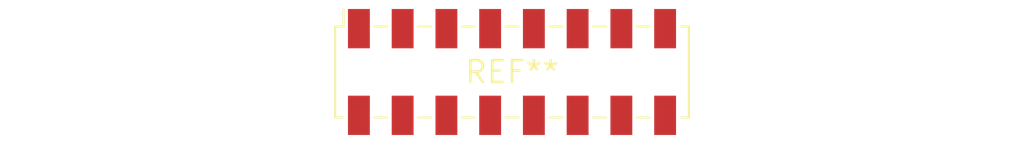
<source format=kicad_pcb>
(kicad_pcb (version 20240108) (generator pcbnew)
  (layers (0 "F.Cu" signal) (31 "B.Cu" signal) (34 "B.Paste" user) (35 "F.Paste" user) (36 "B.SilkS" user "B.Silkscreen") (37 "F.SilkS" user "F.Silkscreen") (38 "B.Mask" user) (39 "F.Mask" user) (44 "Edge.Cuts" user))
  (net 0 "")
  (footprint "Samtec_HLE-108-02-xxx-DV-LC_2x08_P2.54mm_Horizontal" (layer "F.Cu") (at 0 0)
    (property "Reference" "REF**")
    (property "Value" "Samtec_HLE-108-02-xxx-DV-LC_2x08_P2.54mm_Horizontal")
    (fp_line (start -10.27 -2.65) (end -10.27 2.65) (layer "F.SilkS") (stroke (width 0.12)))
    (fp_line (start -10.27 2.65) (end -9.785 2.65) (layer "F.SilkS") (stroke (width 0.12)))
    (fp_line (start -9.785 -3.67) (end -9.785 -2.65) (layer "F.SilkS") (stroke (width 0.12)))
    (fp_line (start -9.785 -2.65) (end -10.27 -2.65) (layer "F.SilkS") (stroke (width 0.12)))
    (fp_line (start -7.995 -2.65) (end -7.245 -2.65) (layer "F.SilkS") (stroke (width 0.12)))
    (fp_line (start -7.995 2.65) (end -7.245 2.65) (layer "F.SilkS") (stroke (width 0.12)))
    (fp_line (start -5.455 -2.65) (end -4.705 -2.65) (layer "F.SilkS") (stroke (width 0.12)))
    (fp_line (start -5.455 2.65) (end -4.705 2.65) (layer "F.SilkS") (stroke (width 0.12)))
    (fp_line (start -2.915 -2.65) (end -2.165 -2.65) (layer "F.SilkS") (stroke (width 0.12)))
    (fp_line (start -2.915 2.65) (end -2.165 2.65) (layer "F.SilkS") (stroke (width 0.12)))
    (fp_line (start -0.375 -2.65) (end 0.375 -2.65) (layer "F.SilkS") (stroke (width 0.12)))
    (fp_line (start -0.375 2.65) (end 0.375 2.65) (layer "F.SilkS") (stroke (width 0.12)))
    (fp_line (start 2.165 -2.65) (end 2.915 -2.65) (layer "F.SilkS") (stroke (width 0.12)))
    (fp_line (start 2.165 2.65) (end 2.915 2.65) (layer "F.SilkS") (stroke (width 0.12)))
    (fp_line (start 4.705 -2.65) (end 5.455 -2.65) (layer "F.SilkS") (stroke (width 0.12)))
    (fp_line (start 4.705 2.65) (end 5.455 2.65) (layer "F.SilkS") (stroke (width 0.12)))
    (fp_line (start 7.245 -2.65) (end 7.995 -2.65) (layer "F.SilkS") (stroke (width 0.12)))
    (fp_line (start 7.245 2.65) (end 7.995 2.65) (layer "F.SilkS") (stroke (width 0.12)))
    (fp_line (start 9.785 -2.65) (end 10.27 -2.65) (layer "F.SilkS") (stroke (width 0.12)))
    (fp_line (start 10.27 -2.65) (end 10.27 2.65) (layer "F.SilkS") (stroke (width 0.12)))
    (fp_line (start 10.27 2.65) (end 9.785 2.65) (layer "F.SilkS") (stroke (width 0.12)))
    (pad "" np_thru_hole circle (at -7.62 0) (size 1.19 1.19) (drill 1.19) (layers *.Cu *.Mask))
    (pad "" np_thru_hole circle (at 7.62 0) (size 1.19 1.19) (drill 1.19) (layers *.Cu *.Mask))
    (pad "1" smd rect (at -8.89 -2.525) (size 1.27 2.29) (layers "F.Cu" "F.Paste" "F.Mask"))
    (pad "2" smd rect (at -8.89 2.525) (size 1.27 2.29) (layers "F.Cu" "F.Paste" "F.Mask"))
    (pad "3" smd rect (at -6.35 -2.525) (size 1.27 2.29) (layers "F.Cu" "F.Paste" "F.Mask"))
    (pad "4" smd rect (at -6.35 2.525) (size 1.27 2.29) (layers "F.Cu" "F.Paste" "F.Mask"))
    (pad "5" smd rect (at -3.81 -2.525) (size 1.27 2.29) (layers "F.Cu" "F.Paste" "F.Mask"))
    (pad "6" smd rect (at -3.81 2.525) (size 1.27 2.29) (layers "F.Cu" "F.Paste" "F.Mask"))
    (pad "7" smd rect (at -1.27 -2.525) (size 1.27 2.29) (layers "F.Cu" "F.Paste" "F.Mask"))
    (pad "8" smd rect (at -1.27 2.525) (size 1.27 2.29) (layers "F.Cu" "F.Paste" "F.Mask"))
    (pad "9" smd rect (at 1.27 -2.525) (size 1.27 2.29) (layers "F.Cu" "F.Paste" "F.Mask"))
    (pad "10" smd rect (at 1.27 2.525) (size 1.27 2.29) (layers "F.Cu" "F.Paste" "F.Mask"))
    (pad "11" smd rect (at 3.81 -2.525) (size 1.27 2.29) (layers "F.Cu" "F.Paste" "F.Mask"))
    (pad "12" smd rect (at 3.81 2.525) (size 1.27 2.29) (layers "F.Cu" "F.Paste" "F.Mask"))
    (pad "13" smd rect (at 6.35 -2.525) (size 1.27 2.29) (layers "F.Cu" "F.Paste" "F.Mask"))
    (pad "14" smd rect (at 6.35 2.525) (size 1.27 2.29) (layers "F.Cu" "F.Paste" "F.Mask"))
    (pad "15" smd rect (at 8.89 -2.525) (size 1.27 2.29) (layers "F.Cu" "F.Paste" "F.Mask"))
    (pad "16" smd rect (at 8.89 2.525) (size 1.27 2.29) (layers "F.Cu" "F.Paste" "F.Mask"))
  )
)
</source>
